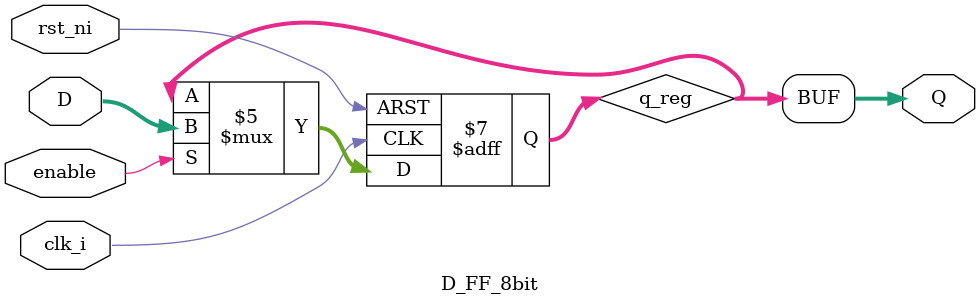
<source format=sv>
module D_FF_8bit					// used only for APB UART
(	
	// INPUT LOGIC CONFIGURATION
	
	//------------------CPU INPUT------------------------//
	input  logic        		   rst_ni,
	//---------------------------------------------------//
	//--------------BAUD RATE GEN INPUT------------------//
	input  logic       		   clk_i,
	//------------------TX FSM INPUT---------------------//
	input  logic        		   enable, 	
	//---------------------------------------------------//
	//-----------------TX FIFO INPUT---------------------//
	input  logic 	[ 7 : 0] 	D,
	//---------------------------------------------------//
	
	//OUTPUT LOGIC ASSIGNMENT
	
	//------------------UART RETURN----------------------//
	output reg 		[ 7 : 0] 	Q
	//---------------------------------------------------//
);

	logic 			[ 7 : 0] 	q_reg;                 // Register to hold the output data
	
	always_ff @(posedge clk_i or negedge rst_ni) begin
		if(!rst_ni) begin
			q_reg  <= 8'b0;
		end
		else begin
			if (!enable) begin		   // if the running process is on transfer
				q_reg  <= q_reg;
			end	
			else							// if the TX FSM send back to enable continue index ptr for write to UART Slave
				q_reg  <= D;
		end
	end
	
	assign Q = q_reg;
	
endmodule

</source>
